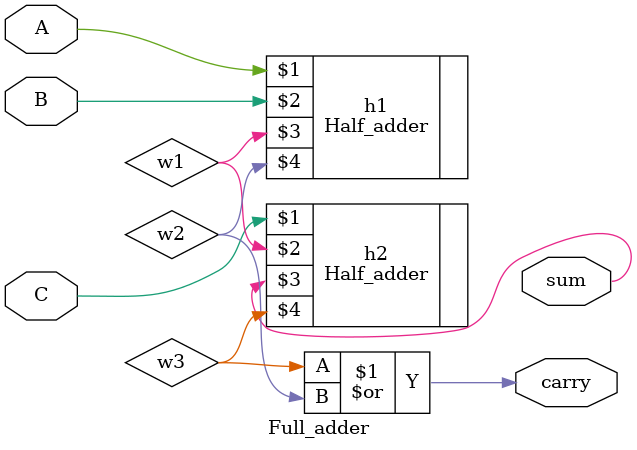
<source format=v>
`timescale 1ns / 1ps
module Full_adder(A,B,C,sum,carry);
input A,B,C;
output sum,carry;
wire w1,w2,w3;

Half_adder h1(A,B,w1,w2);
Half_adder h2(C,w1,sum,w3);
or o1(carry,w3,w2);
//assign carry=w2|w3;


endmodule

</source>
